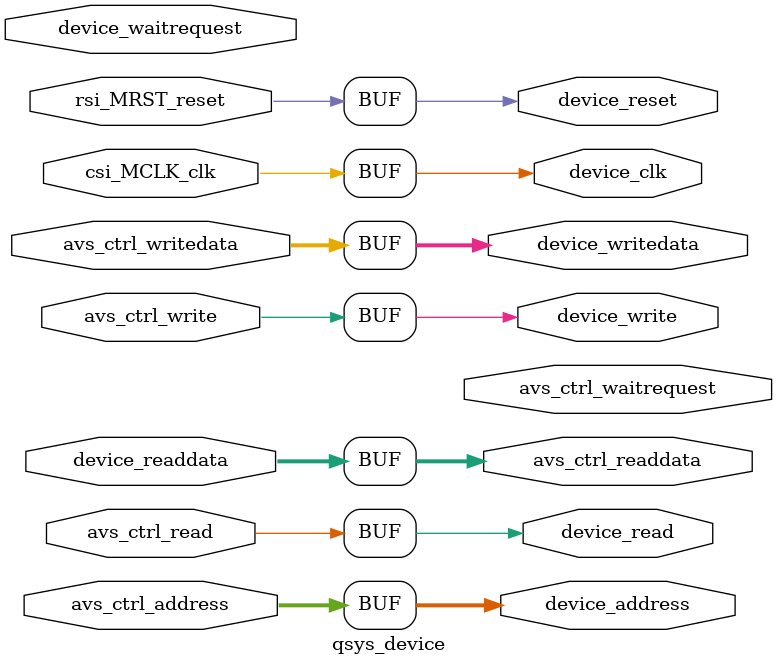
<source format=v>
module qsys_device#(
		parameter address_size=8)(
	   // Qsys bus interface	
		input					rsi_MRST_reset,
		input					csi_MCLK_clk,
		input		[7:0]	   avs_ctrl_writedata,
		output	[7:0] 	avs_ctrl_readdata,

		input		[address_size-1:0]		avs_ctrl_address,
		input					avs_ctrl_write,
		input					avs_ctrl_read,
		output				avs_ctrl_waitrequest,
		// Qsys device interface
		output				device_reset,
		output				device_clk,
		output   [7:0]	device_writedata,
		input 	[7:0]	device_readdata,
		output   [address_size-1:0]		device_address,
		output				device_write,
		output				device_read,
		input 				device_waitrequest
		);
		assign device_reset   = rsi_MRST_reset;
		assign device_clk     = csi_MCLK_clk;
		assign device_address = avs_ctrl_address;
		assign avs_ctrl_waitrequest = avs_ctrl_waitrequest;
		assign device_write   = avs_ctrl_write;
		assign device_read    = avs_ctrl_read;
		assign avs_ctrl_readdata = device_readdata;
		assign device_writedata = avs_ctrl_writedata;
		
endmodule
</source>
